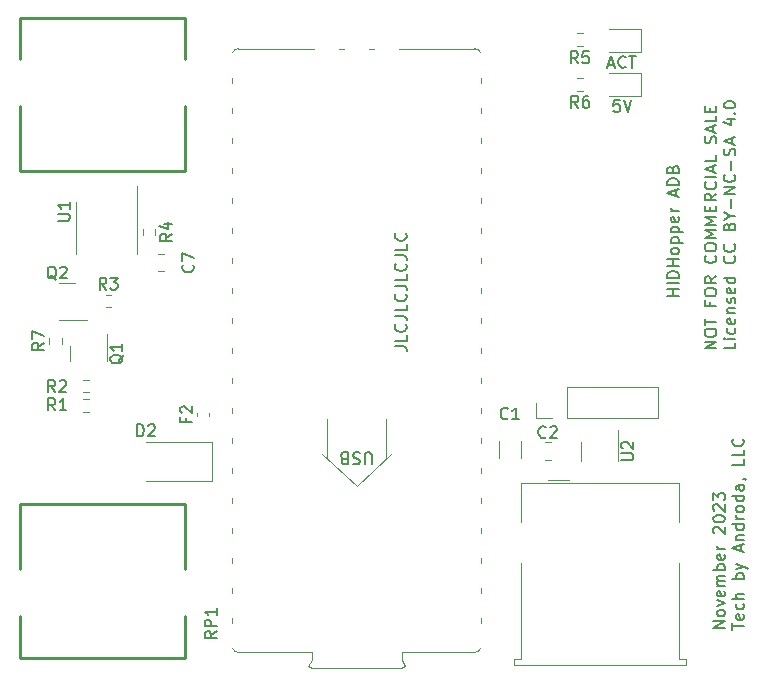
<source format=gbr>
%TF.GenerationSoftware,KiCad,Pcbnew,7.0.10-7.0.10~ubuntu22.04.1*%
%TF.CreationDate,2024-01-12T08:07:30-07:00*%
%TF.ProjectId,HIDHopper_ADB,48494448-6f70-4706-9572-5f4144422e6b,rev?*%
%TF.SameCoordinates,Original*%
%TF.FileFunction,Legend,Top*%
%TF.FilePolarity,Positive*%
%FSLAX46Y46*%
G04 Gerber Fmt 4.6, Leading zero omitted, Abs format (unit mm)*
G04 Created by KiCad (PCBNEW 7.0.10-7.0.10~ubuntu22.04.1) date 2024-01-12 08:07:30*
%MOMM*%
%LPD*%
G01*
G04 APERTURE LIST*
%ADD10C,0.150000*%
%ADD11C,0.120000*%
%ADD12C,0.254000*%
G04 APERTURE END LIST*
D10*
X195269819Y-115033220D02*
X194269819Y-115033220D01*
X194269819Y-115033220D02*
X195269819Y-114461792D01*
X195269819Y-114461792D02*
X194269819Y-114461792D01*
X195269819Y-113842744D02*
X195222200Y-113937982D01*
X195222200Y-113937982D02*
X195174580Y-113985601D01*
X195174580Y-113985601D02*
X195079342Y-114033220D01*
X195079342Y-114033220D02*
X194793628Y-114033220D01*
X194793628Y-114033220D02*
X194698390Y-113985601D01*
X194698390Y-113985601D02*
X194650771Y-113937982D01*
X194650771Y-113937982D02*
X194603152Y-113842744D01*
X194603152Y-113842744D02*
X194603152Y-113699887D01*
X194603152Y-113699887D02*
X194650771Y-113604649D01*
X194650771Y-113604649D02*
X194698390Y-113557030D01*
X194698390Y-113557030D02*
X194793628Y-113509411D01*
X194793628Y-113509411D02*
X195079342Y-113509411D01*
X195079342Y-113509411D02*
X195174580Y-113557030D01*
X195174580Y-113557030D02*
X195222200Y-113604649D01*
X195222200Y-113604649D02*
X195269819Y-113699887D01*
X195269819Y-113699887D02*
X195269819Y-113842744D01*
X194603152Y-113176077D02*
X195269819Y-112937982D01*
X195269819Y-112937982D02*
X194603152Y-112699887D01*
X195222200Y-111937982D02*
X195269819Y-112033220D01*
X195269819Y-112033220D02*
X195269819Y-112223696D01*
X195269819Y-112223696D02*
X195222200Y-112318934D01*
X195222200Y-112318934D02*
X195126961Y-112366553D01*
X195126961Y-112366553D02*
X194746009Y-112366553D01*
X194746009Y-112366553D02*
X194650771Y-112318934D01*
X194650771Y-112318934D02*
X194603152Y-112223696D01*
X194603152Y-112223696D02*
X194603152Y-112033220D01*
X194603152Y-112033220D02*
X194650771Y-111937982D01*
X194650771Y-111937982D02*
X194746009Y-111890363D01*
X194746009Y-111890363D02*
X194841247Y-111890363D01*
X194841247Y-111890363D02*
X194936485Y-112366553D01*
X195269819Y-111461791D02*
X194603152Y-111461791D01*
X194698390Y-111461791D02*
X194650771Y-111414172D01*
X194650771Y-111414172D02*
X194603152Y-111318934D01*
X194603152Y-111318934D02*
X194603152Y-111176077D01*
X194603152Y-111176077D02*
X194650771Y-111080839D01*
X194650771Y-111080839D02*
X194746009Y-111033220D01*
X194746009Y-111033220D02*
X195269819Y-111033220D01*
X194746009Y-111033220D02*
X194650771Y-110985601D01*
X194650771Y-110985601D02*
X194603152Y-110890363D01*
X194603152Y-110890363D02*
X194603152Y-110747506D01*
X194603152Y-110747506D02*
X194650771Y-110652267D01*
X194650771Y-110652267D02*
X194746009Y-110604648D01*
X194746009Y-110604648D02*
X195269819Y-110604648D01*
X195269819Y-110128458D02*
X194269819Y-110128458D01*
X194650771Y-110128458D02*
X194603152Y-110033220D01*
X194603152Y-110033220D02*
X194603152Y-109842744D01*
X194603152Y-109842744D02*
X194650771Y-109747506D01*
X194650771Y-109747506D02*
X194698390Y-109699887D01*
X194698390Y-109699887D02*
X194793628Y-109652268D01*
X194793628Y-109652268D02*
X195079342Y-109652268D01*
X195079342Y-109652268D02*
X195174580Y-109699887D01*
X195174580Y-109699887D02*
X195222200Y-109747506D01*
X195222200Y-109747506D02*
X195269819Y-109842744D01*
X195269819Y-109842744D02*
X195269819Y-110033220D01*
X195269819Y-110033220D02*
X195222200Y-110128458D01*
X195222200Y-108842744D02*
X195269819Y-108937982D01*
X195269819Y-108937982D02*
X195269819Y-109128458D01*
X195269819Y-109128458D02*
X195222200Y-109223696D01*
X195222200Y-109223696D02*
X195126961Y-109271315D01*
X195126961Y-109271315D02*
X194746009Y-109271315D01*
X194746009Y-109271315D02*
X194650771Y-109223696D01*
X194650771Y-109223696D02*
X194603152Y-109128458D01*
X194603152Y-109128458D02*
X194603152Y-108937982D01*
X194603152Y-108937982D02*
X194650771Y-108842744D01*
X194650771Y-108842744D02*
X194746009Y-108795125D01*
X194746009Y-108795125D02*
X194841247Y-108795125D01*
X194841247Y-108795125D02*
X194936485Y-109271315D01*
X195269819Y-108366553D02*
X194603152Y-108366553D01*
X194793628Y-108366553D02*
X194698390Y-108318934D01*
X194698390Y-108318934D02*
X194650771Y-108271315D01*
X194650771Y-108271315D02*
X194603152Y-108176077D01*
X194603152Y-108176077D02*
X194603152Y-108080839D01*
X194365057Y-107033219D02*
X194317438Y-106985600D01*
X194317438Y-106985600D02*
X194269819Y-106890362D01*
X194269819Y-106890362D02*
X194269819Y-106652267D01*
X194269819Y-106652267D02*
X194317438Y-106557029D01*
X194317438Y-106557029D02*
X194365057Y-106509410D01*
X194365057Y-106509410D02*
X194460295Y-106461791D01*
X194460295Y-106461791D02*
X194555533Y-106461791D01*
X194555533Y-106461791D02*
X194698390Y-106509410D01*
X194698390Y-106509410D02*
X195269819Y-107080838D01*
X195269819Y-107080838D02*
X195269819Y-106461791D01*
X194269819Y-105842743D02*
X194269819Y-105747505D01*
X194269819Y-105747505D02*
X194317438Y-105652267D01*
X194317438Y-105652267D02*
X194365057Y-105604648D01*
X194365057Y-105604648D02*
X194460295Y-105557029D01*
X194460295Y-105557029D02*
X194650771Y-105509410D01*
X194650771Y-105509410D02*
X194888866Y-105509410D01*
X194888866Y-105509410D02*
X195079342Y-105557029D01*
X195079342Y-105557029D02*
X195174580Y-105604648D01*
X195174580Y-105604648D02*
X195222200Y-105652267D01*
X195222200Y-105652267D02*
X195269819Y-105747505D01*
X195269819Y-105747505D02*
X195269819Y-105842743D01*
X195269819Y-105842743D02*
X195222200Y-105937981D01*
X195222200Y-105937981D02*
X195174580Y-105985600D01*
X195174580Y-105985600D02*
X195079342Y-106033219D01*
X195079342Y-106033219D02*
X194888866Y-106080838D01*
X194888866Y-106080838D02*
X194650771Y-106080838D01*
X194650771Y-106080838D02*
X194460295Y-106033219D01*
X194460295Y-106033219D02*
X194365057Y-105985600D01*
X194365057Y-105985600D02*
X194317438Y-105937981D01*
X194317438Y-105937981D02*
X194269819Y-105842743D01*
X194365057Y-105128457D02*
X194317438Y-105080838D01*
X194317438Y-105080838D02*
X194269819Y-104985600D01*
X194269819Y-104985600D02*
X194269819Y-104747505D01*
X194269819Y-104747505D02*
X194317438Y-104652267D01*
X194317438Y-104652267D02*
X194365057Y-104604648D01*
X194365057Y-104604648D02*
X194460295Y-104557029D01*
X194460295Y-104557029D02*
X194555533Y-104557029D01*
X194555533Y-104557029D02*
X194698390Y-104604648D01*
X194698390Y-104604648D02*
X195269819Y-105176076D01*
X195269819Y-105176076D02*
X195269819Y-104557029D01*
X194269819Y-104223695D02*
X194269819Y-103604648D01*
X194269819Y-103604648D02*
X194650771Y-103937981D01*
X194650771Y-103937981D02*
X194650771Y-103795124D01*
X194650771Y-103795124D02*
X194698390Y-103699886D01*
X194698390Y-103699886D02*
X194746009Y-103652267D01*
X194746009Y-103652267D02*
X194841247Y-103604648D01*
X194841247Y-103604648D02*
X195079342Y-103604648D01*
X195079342Y-103604648D02*
X195174580Y-103652267D01*
X195174580Y-103652267D02*
X195222200Y-103699886D01*
X195222200Y-103699886D02*
X195269819Y-103795124D01*
X195269819Y-103795124D02*
X195269819Y-104080838D01*
X195269819Y-104080838D02*
X195222200Y-104176076D01*
X195222200Y-104176076D02*
X195174580Y-104223695D01*
X195879819Y-115176077D02*
X195879819Y-114604649D01*
X196879819Y-114890363D02*
X195879819Y-114890363D01*
X196832200Y-113890363D02*
X196879819Y-113985601D01*
X196879819Y-113985601D02*
X196879819Y-114176077D01*
X196879819Y-114176077D02*
X196832200Y-114271315D01*
X196832200Y-114271315D02*
X196736961Y-114318934D01*
X196736961Y-114318934D02*
X196356009Y-114318934D01*
X196356009Y-114318934D02*
X196260771Y-114271315D01*
X196260771Y-114271315D02*
X196213152Y-114176077D01*
X196213152Y-114176077D02*
X196213152Y-113985601D01*
X196213152Y-113985601D02*
X196260771Y-113890363D01*
X196260771Y-113890363D02*
X196356009Y-113842744D01*
X196356009Y-113842744D02*
X196451247Y-113842744D01*
X196451247Y-113842744D02*
X196546485Y-114318934D01*
X196832200Y-112985601D02*
X196879819Y-113080839D01*
X196879819Y-113080839D02*
X196879819Y-113271315D01*
X196879819Y-113271315D02*
X196832200Y-113366553D01*
X196832200Y-113366553D02*
X196784580Y-113414172D01*
X196784580Y-113414172D02*
X196689342Y-113461791D01*
X196689342Y-113461791D02*
X196403628Y-113461791D01*
X196403628Y-113461791D02*
X196308390Y-113414172D01*
X196308390Y-113414172D02*
X196260771Y-113366553D01*
X196260771Y-113366553D02*
X196213152Y-113271315D01*
X196213152Y-113271315D02*
X196213152Y-113080839D01*
X196213152Y-113080839D02*
X196260771Y-112985601D01*
X196879819Y-112557029D02*
X195879819Y-112557029D01*
X196879819Y-112128458D02*
X196356009Y-112128458D01*
X196356009Y-112128458D02*
X196260771Y-112176077D01*
X196260771Y-112176077D02*
X196213152Y-112271315D01*
X196213152Y-112271315D02*
X196213152Y-112414172D01*
X196213152Y-112414172D02*
X196260771Y-112509410D01*
X196260771Y-112509410D02*
X196308390Y-112557029D01*
X196879819Y-110890362D02*
X195879819Y-110890362D01*
X196260771Y-110890362D02*
X196213152Y-110795124D01*
X196213152Y-110795124D02*
X196213152Y-110604648D01*
X196213152Y-110604648D02*
X196260771Y-110509410D01*
X196260771Y-110509410D02*
X196308390Y-110461791D01*
X196308390Y-110461791D02*
X196403628Y-110414172D01*
X196403628Y-110414172D02*
X196689342Y-110414172D01*
X196689342Y-110414172D02*
X196784580Y-110461791D01*
X196784580Y-110461791D02*
X196832200Y-110509410D01*
X196832200Y-110509410D02*
X196879819Y-110604648D01*
X196879819Y-110604648D02*
X196879819Y-110795124D01*
X196879819Y-110795124D02*
X196832200Y-110890362D01*
X196213152Y-110080838D02*
X196879819Y-109842743D01*
X196213152Y-109604648D02*
X196879819Y-109842743D01*
X196879819Y-109842743D02*
X197117914Y-109937981D01*
X197117914Y-109937981D02*
X197165533Y-109985600D01*
X197165533Y-109985600D02*
X197213152Y-110080838D01*
X196594104Y-108509409D02*
X196594104Y-108033219D01*
X196879819Y-108604647D02*
X195879819Y-108271314D01*
X195879819Y-108271314D02*
X196879819Y-107937981D01*
X196213152Y-107604647D02*
X196879819Y-107604647D01*
X196308390Y-107604647D02*
X196260771Y-107557028D01*
X196260771Y-107557028D02*
X196213152Y-107461790D01*
X196213152Y-107461790D02*
X196213152Y-107318933D01*
X196213152Y-107318933D02*
X196260771Y-107223695D01*
X196260771Y-107223695D02*
X196356009Y-107176076D01*
X196356009Y-107176076D02*
X196879819Y-107176076D01*
X196879819Y-106271314D02*
X195879819Y-106271314D01*
X196832200Y-106271314D02*
X196879819Y-106366552D01*
X196879819Y-106366552D02*
X196879819Y-106557028D01*
X196879819Y-106557028D02*
X196832200Y-106652266D01*
X196832200Y-106652266D02*
X196784580Y-106699885D01*
X196784580Y-106699885D02*
X196689342Y-106747504D01*
X196689342Y-106747504D02*
X196403628Y-106747504D01*
X196403628Y-106747504D02*
X196308390Y-106699885D01*
X196308390Y-106699885D02*
X196260771Y-106652266D01*
X196260771Y-106652266D02*
X196213152Y-106557028D01*
X196213152Y-106557028D02*
X196213152Y-106366552D01*
X196213152Y-106366552D02*
X196260771Y-106271314D01*
X196879819Y-105795123D02*
X196213152Y-105795123D01*
X196403628Y-105795123D02*
X196308390Y-105747504D01*
X196308390Y-105747504D02*
X196260771Y-105699885D01*
X196260771Y-105699885D02*
X196213152Y-105604647D01*
X196213152Y-105604647D02*
X196213152Y-105509409D01*
X196879819Y-105033218D02*
X196832200Y-105128456D01*
X196832200Y-105128456D02*
X196784580Y-105176075D01*
X196784580Y-105176075D02*
X196689342Y-105223694D01*
X196689342Y-105223694D02*
X196403628Y-105223694D01*
X196403628Y-105223694D02*
X196308390Y-105176075D01*
X196308390Y-105176075D02*
X196260771Y-105128456D01*
X196260771Y-105128456D02*
X196213152Y-105033218D01*
X196213152Y-105033218D02*
X196213152Y-104890361D01*
X196213152Y-104890361D02*
X196260771Y-104795123D01*
X196260771Y-104795123D02*
X196308390Y-104747504D01*
X196308390Y-104747504D02*
X196403628Y-104699885D01*
X196403628Y-104699885D02*
X196689342Y-104699885D01*
X196689342Y-104699885D02*
X196784580Y-104747504D01*
X196784580Y-104747504D02*
X196832200Y-104795123D01*
X196832200Y-104795123D02*
X196879819Y-104890361D01*
X196879819Y-104890361D02*
X196879819Y-105033218D01*
X196879819Y-103842742D02*
X195879819Y-103842742D01*
X196832200Y-103842742D02*
X196879819Y-103937980D01*
X196879819Y-103937980D02*
X196879819Y-104128456D01*
X196879819Y-104128456D02*
X196832200Y-104223694D01*
X196832200Y-104223694D02*
X196784580Y-104271313D01*
X196784580Y-104271313D02*
X196689342Y-104318932D01*
X196689342Y-104318932D02*
X196403628Y-104318932D01*
X196403628Y-104318932D02*
X196308390Y-104271313D01*
X196308390Y-104271313D02*
X196260771Y-104223694D01*
X196260771Y-104223694D02*
X196213152Y-104128456D01*
X196213152Y-104128456D02*
X196213152Y-103937980D01*
X196213152Y-103937980D02*
X196260771Y-103842742D01*
X196879819Y-102937980D02*
X196356009Y-102937980D01*
X196356009Y-102937980D02*
X196260771Y-102985599D01*
X196260771Y-102985599D02*
X196213152Y-103080837D01*
X196213152Y-103080837D02*
X196213152Y-103271313D01*
X196213152Y-103271313D02*
X196260771Y-103366551D01*
X196832200Y-102937980D02*
X196879819Y-103033218D01*
X196879819Y-103033218D02*
X196879819Y-103271313D01*
X196879819Y-103271313D02*
X196832200Y-103366551D01*
X196832200Y-103366551D02*
X196736961Y-103414170D01*
X196736961Y-103414170D02*
X196641723Y-103414170D01*
X196641723Y-103414170D02*
X196546485Y-103366551D01*
X196546485Y-103366551D02*
X196498866Y-103271313D01*
X196498866Y-103271313D02*
X196498866Y-103033218D01*
X196498866Y-103033218D02*
X196451247Y-102937980D01*
X196832200Y-102414170D02*
X196879819Y-102414170D01*
X196879819Y-102414170D02*
X196975057Y-102461789D01*
X196975057Y-102461789D02*
X197022676Y-102509408D01*
X196879819Y-100747504D02*
X196879819Y-101223694D01*
X196879819Y-101223694D02*
X195879819Y-101223694D01*
X196879819Y-99937980D02*
X196879819Y-100414170D01*
X196879819Y-100414170D02*
X195879819Y-100414170D01*
X196784580Y-99033218D02*
X196832200Y-99080837D01*
X196832200Y-99080837D02*
X196879819Y-99223694D01*
X196879819Y-99223694D02*
X196879819Y-99318932D01*
X196879819Y-99318932D02*
X196832200Y-99461789D01*
X196832200Y-99461789D02*
X196736961Y-99557027D01*
X196736961Y-99557027D02*
X196641723Y-99604646D01*
X196641723Y-99604646D02*
X196451247Y-99652265D01*
X196451247Y-99652265D02*
X196308390Y-99652265D01*
X196308390Y-99652265D02*
X196117914Y-99604646D01*
X196117914Y-99604646D02*
X196022676Y-99557027D01*
X196022676Y-99557027D02*
X195927438Y-99461789D01*
X195927438Y-99461789D02*
X195879819Y-99318932D01*
X195879819Y-99318932D02*
X195879819Y-99223694D01*
X195879819Y-99223694D02*
X195927438Y-99080837D01*
X195927438Y-99080837D02*
X195975057Y-99033218D01*
X167319819Y-91187506D02*
X168034104Y-91187506D01*
X168034104Y-91187506D02*
X168176961Y-91235125D01*
X168176961Y-91235125D02*
X168272200Y-91330363D01*
X168272200Y-91330363D02*
X168319819Y-91473220D01*
X168319819Y-91473220D02*
X168319819Y-91568458D01*
X168319819Y-90235125D02*
X168319819Y-90711315D01*
X168319819Y-90711315D02*
X167319819Y-90711315D01*
X168224580Y-89330363D02*
X168272200Y-89377982D01*
X168272200Y-89377982D02*
X168319819Y-89520839D01*
X168319819Y-89520839D02*
X168319819Y-89616077D01*
X168319819Y-89616077D02*
X168272200Y-89758934D01*
X168272200Y-89758934D02*
X168176961Y-89854172D01*
X168176961Y-89854172D02*
X168081723Y-89901791D01*
X168081723Y-89901791D02*
X167891247Y-89949410D01*
X167891247Y-89949410D02*
X167748390Y-89949410D01*
X167748390Y-89949410D02*
X167557914Y-89901791D01*
X167557914Y-89901791D02*
X167462676Y-89854172D01*
X167462676Y-89854172D02*
X167367438Y-89758934D01*
X167367438Y-89758934D02*
X167319819Y-89616077D01*
X167319819Y-89616077D02*
X167319819Y-89520839D01*
X167319819Y-89520839D02*
X167367438Y-89377982D01*
X167367438Y-89377982D02*
X167415057Y-89330363D01*
X167319819Y-88616077D02*
X168034104Y-88616077D01*
X168034104Y-88616077D02*
X168176961Y-88663696D01*
X168176961Y-88663696D02*
X168272200Y-88758934D01*
X168272200Y-88758934D02*
X168319819Y-88901791D01*
X168319819Y-88901791D02*
X168319819Y-88997029D01*
X168319819Y-87663696D02*
X168319819Y-88139886D01*
X168319819Y-88139886D02*
X167319819Y-88139886D01*
X168224580Y-86758934D02*
X168272200Y-86806553D01*
X168272200Y-86806553D02*
X168319819Y-86949410D01*
X168319819Y-86949410D02*
X168319819Y-87044648D01*
X168319819Y-87044648D02*
X168272200Y-87187505D01*
X168272200Y-87187505D02*
X168176961Y-87282743D01*
X168176961Y-87282743D02*
X168081723Y-87330362D01*
X168081723Y-87330362D02*
X167891247Y-87377981D01*
X167891247Y-87377981D02*
X167748390Y-87377981D01*
X167748390Y-87377981D02*
X167557914Y-87330362D01*
X167557914Y-87330362D02*
X167462676Y-87282743D01*
X167462676Y-87282743D02*
X167367438Y-87187505D01*
X167367438Y-87187505D02*
X167319819Y-87044648D01*
X167319819Y-87044648D02*
X167319819Y-86949410D01*
X167319819Y-86949410D02*
X167367438Y-86806553D01*
X167367438Y-86806553D02*
X167415057Y-86758934D01*
X167319819Y-86044648D02*
X168034104Y-86044648D01*
X168034104Y-86044648D02*
X168176961Y-86092267D01*
X168176961Y-86092267D02*
X168272200Y-86187505D01*
X168272200Y-86187505D02*
X168319819Y-86330362D01*
X168319819Y-86330362D02*
X168319819Y-86425600D01*
X168319819Y-85092267D02*
X168319819Y-85568457D01*
X168319819Y-85568457D02*
X167319819Y-85568457D01*
X168224580Y-84187505D02*
X168272200Y-84235124D01*
X168272200Y-84235124D02*
X168319819Y-84377981D01*
X168319819Y-84377981D02*
X168319819Y-84473219D01*
X168319819Y-84473219D02*
X168272200Y-84616076D01*
X168272200Y-84616076D02*
X168176961Y-84711314D01*
X168176961Y-84711314D02*
X168081723Y-84758933D01*
X168081723Y-84758933D02*
X167891247Y-84806552D01*
X167891247Y-84806552D02*
X167748390Y-84806552D01*
X167748390Y-84806552D02*
X167557914Y-84758933D01*
X167557914Y-84758933D02*
X167462676Y-84711314D01*
X167462676Y-84711314D02*
X167367438Y-84616076D01*
X167367438Y-84616076D02*
X167319819Y-84473219D01*
X167319819Y-84473219D02*
X167319819Y-84377981D01*
X167319819Y-84377981D02*
X167367438Y-84235124D01*
X167367438Y-84235124D02*
X167415057Y-84187505D01*
X167319819Y-83473219D02*
X168034104Y-83473219D01*
X168034104Y-83473219D02*
X168176961Y-83520838D01*
X168176961Y-83520838D02*
X168272200Y-83616076D01*
X168272200Y-83616076D02*
X168319819Y-83758933D01*
X168319819Y-83758933D02*
X168319819Y-83854171D01*
X168319819Y-82520838D02*
X168319819Y-82997028D01*
X168319819Y-82997028D02*
X167319819Y-82997028D01*
X168224580Y-81616076D02*
X168272200Y-81663695D01*
X168272200Y-81663695D02*
X168319819Y-81806552D01*
X168319819Y-81806552D02*
X168319819Y-81901790D01*
X168319819Y-81901790D02*
X168272200Y-82044647D01*
X168272200Y-82044647D02*
X168176961Y-82139885D01*
X168176961Y-82139885D02*
X168081723Y-82187504D01*
X168081723Y-82187504D02*
X167891247Y-82235123D01*
X167891247Y-82235123D02*
X167748390Y-82235123D01*
X167748390Y-82235123D02*
X167557914Y-82187504D01*
X167557914Y-82187504D02*
X167462676Y-82139885D01*
X167462676Y-82139885D02*
X167367438Y-82044647D01*
X167367438Y-82044647D02*
X167319819Y-81901790D01*
X167319819Y-81901790D02*
X167319819Y-81806552D01*
X167319819Y-81806552D02*
X167367438Y-81663695D01*
X167367438Y-81663695D02*
X167415057Y-81616076D01*
X191369819Y-86913220D02*
X190369819Y-86913220D01*
X190846009Y-86913220D02*
X190846009Y-86341792D01*
X191369819Y-86341792D02*
X190369819Y-86341792D01*
X191369819Y-85865601D02*
X190369819Y-85865601D01*
X191369819Y-85389411D02*
X190369819Y-85389411D01*
X190369819Y-85389411D02*
X190369819Y-85151316D01*
X190369819Y-85151316D02*
X190417438Y-85008459D01*
X190417438Y-85008459D02*
X190512676Y-84913221D01*
X190512676Y-84913221D02*
X190607914Y-84865602D01*
X190607914Y-84865602D02*
X190798390Y-84817983D01*
X190798390Y-84817983D02*
X190941247Y-84817983D01*
X190941247Y-84817983D02*
X191131723Y-84865602D01*
X191131723Y-84865602D02*
X191226961Y-84913221D01*
X191226961Y-84913221D02*
X191322200Y-85008459D01*
X191322200Y-85008459D02*
X191369819Y-85151316D01*
X191369819Y-85151316D02*
X191369819Y-85389411D01*
X191369819Y-84389411D02*
X190369819Y-84389411D01*
X190846009Y-84389411D02*
X190846009Y-83817983D01*
X191369819Y-83817983D02*
X190369819Y-83817983D01*
X191369819Y-83198935D02*
X191322200Y-83294173D01*
X191322200Y-83294173D02*
X191274580Y-83341792D01*
X191274580Y-83341792D02*
X191179342Y-83389411D01*
X191179342Y-83389411D02*
X190893628Y-83389411D01*
X190893628Y-83389411D02*
X190798390Y-83341792D01*
X190798390Y-83341792D02*
X190750771Y-83294173D01*
X190750771Y-83294173D02*
X190703152Y-83198935D01*
X190703152Y-83198935D02*
X190703152Y-83056078D01*
X190703152Y-83056078D02*
X190750771Y-82960840D01*
X190750771Y-82960840D02*
X190798390Y-82913221D01*
X190798390Y-82913221D02*
X190893628Y-82865602D01*
X190893628Y-82865602D02*
X191179342Y-82865602D01*
X191179342Y-82865602D02*
X191274580Y-82913221D01*
X191274580Y-82913221D02*
X191322200Y-82960840D01*
X191322200Y-82960840D02*
X191369819Y-83056078D01*
X191369819Y-83056078D02*
X191369819Y-83198935D01*
X190703152Y-82437030D02*
X191703152Y-82437030D01*
X190750771Y-82437030D02*
X190703152Y-82341792D01*
X190703152Y-82341792D02*
X190703152Y-82151316D01*
X190703152Y-82151316D02*
X190750771Y-82056078D01*
X190750771Y-82056078D02*
X190798390Y-82008459D01*
X190798390Y-82008459D02*
X190893628Y-81960840D01*
X190893628Y-81960840D02*
X191179342Y-81960840D01*
X191179342Y-81960840D02*
X191274580Y-82008459D01*
X191274580Y-82008459D02*
X191322200Y-82056078D01*
X191322200Y-82056078D02*
X191369819Y-82151316D01*
X191369819Y-82151316D02*
X191369819Y-82341792D01*
X191369819Y-82341792D02*
X191322200Y-82437030D01*
X190703152Y-81532268D02*
X191703152Y-81532268D01*
X190750771Y-81532268D02*
X190703152Y-81437030D01*
X190703152Y-81437030D02*
X190703152Y-81246554D01*
X190703152Y-81246554D02*
X190750771Y-81151316D01*
X190750771Y-81151316D02*
X190798390Y-81103697D01*
X190798390Y-81103697D02*
X190893628Y-81056078D01*
X190893628Y-81056078D02*
X191179342Y-81056078D01*
X191179342Y-81056078D02*
X191274580Y-81103697D01*
X191274580Y-81103697D02*
X191322200Y-81151316D01*
X191322200Y-81151316D02*
X191369819Y-81246554D01*
X191369819Y-81246554D02*
X191369819Y-81437030D01*
X191369819Y-81437030D02*
X191322200Y-81532268D01*
X191322200Y-80246554D02*
X191369819Y-80341792D01*
X191369819Y-80341792D02*
X191369819Y-80532268D01*
X191369819Y-80532268D02*
X191322200Y-80627506D01*
X191322200Y-80627506D02*
X191226961Y-80675125D01*
X191226961Y-80675125D02*
X190846009Y-80675125D01*
X190846009Y-80675125D02*
X190750771Y-80627506D01*
X190750771Y-80627506D02*
X190703152Y-80532268D01*
X190703152Y-80532268D02*
X190703152Y-80341792D01*
X190703152Y-80341792D02*
X190750771Y-80246554D01*
X190750771Y-80246554D02*
X190846009Y-80198935D01*
X190846009Y-80198935D02*
X190941247Y-80198935D01*
X190941247Y-80198935D02*
X191036485Y-80675125D01*
X191369819Y-79770363D02*
X190703152Y-79770363D01*
X190893628Y-79770363D02*
X190798390Y-79722744D01*
X190798390Y-79722744D02*
X190750771Y-79675125D01*
X190750771Y-79675125D02*
X190703152Y-79579887D01*
X190703152Y-79579887D02*
X190703152Y-79484649D01*
X191084104Y-78437029D02*
X191084104Y-77960839D01*
X191369819Y-78532267D02*
X190369819Y-78198934D01*
X190369819Y-78198934D02*
X191369819Y-77865601D01*
X191369819Y-77532267D02*
X190369819Y-77532267D01*
X190369819Y-77532267D02*
X190369819Y-77294172D01*
X190369819Y-77294172D02*
X190417438Y-77151315D01*
X190417438Y-77151315D02*
X190512676Y-77056077D01*
X190512676Y-77056077D02*
X190607914Y-77008458D01*
X190607914Y-77008458D02*
X190798390Y-76960839D01*
X190798390Y-76960839D02*
X190941247Y-76960839D01*
X190941247Y-76960839D02*
X191131723Y-77008458D01*
X191131723Y-77008458D02*
X191226961Y-77056077D01*
X191226961Y-77056077D02*
X191322200Y-77151315D01*
X191322200Y-77151315D02*
X191369819Y-77294172D01*
X191369819Y-77294172D02*
X191369819Y-77532267D01*
X190846009Y-76198934D02*
X190893628Y-76056077D01*
X190893628Y-76056077D02*
X190941247Y-76008458D01*
X190941247Y-76008458D02*
X191036485Y-75960839D01*
X191036485Y-75960839D02*
X191179342Y-75960839D01*
X191179342Y-75960839D02*
X191274580Y-76008458D01*
X191274580Y-76008458D02*
X191322200Y-76056077D01*
X191322200Y-76056077D02*
X191369819Y-76151315D01*
X191369819Y-76151315D02*
X191369819Y-76532267D01*
X191369819Y-76532267D02*
X190369819Y-76532267D01*
X190369819Y-76532267D02*
X190369819Y-76198934D01*
X190369819Y-76198934D02*
X190417438Y-76103696D01*
X190417438Y-76103696D02*
X190465057Y-76056077D01*
X190465057Y-76056077D02*
X190560295Y-76008458D01*
X190560295Y-76008458D02*
X190655533Y-76008458D01*
X190655533Y-76008458D02*
X190750771Y-76056077D01*
X190750771Y-76056077D02*
X190798390Y-76103696D01*
X190798390Y-76103696D02*
X190846009Y-76198934D01*
X190846009Y-76198934D02*
X190846009Y-76532267D01*
X194539819Y-91363220D02*
X193539819Y-91363220D01*
X193539819Y-91363220D02*
X194539819Y-90791792D01*
X194539819Y-90791792D02*
X193539819Y-90791792D01*
X193539819Y-90125125D02*
X193539819Y-89934649D01*
X193539819Y-89934649D02*
X193587438Y-89839411D01*
X193587438Y-89839411D02*
X193682676Y-89744173D01*
X193682676Y-89744173D02*
X193873152Y-89696554D01*
X193873152Y-89696554D02*
X194206485Y-89696554D01*
X194206485Y-89696554D02*
X194396961Y-89744173D01*
X194396961Y-89744173D02*
X194492200Y-89839411D01*
X194492200Y-89839411D02*
X194539819Y-89934649D01*
X194539819Y-89934649D02*
X194539819Y-90125125D01*
X194539819Y-90125125D02*
X194492200Y-90220363D01*
X194492200Y-90220363D02*
X194396961Y-90315601D01*
X194396961Y-90315601D02*
X194206485Y-90363220D01*
X194206485Y-90363220D02*
X193873152Y-90363220D01*
X193873152Y-90363220D02*
X193682676Y-90315601D01*
X193682676Y-90315601D02*
X193587438Y-90220363D01*
X193587438Y-90220363D02*
X193539819Y-90125125D01*
X193539819Y-89410839D02*
X193539819Y-88839411D01*
X194539819Y-89125125D02*
X193539819Y-89125125D01*
X194016009Y-87410839D02*
X194016009Y-87744172D01*
X194539819Y-87744172D02*
X193539819Y-87744172D01*
X193539819Y-87744172D02*
X193539819Y-87267982D01*
X193539819Y-86696553D02*
X193539819Y-86506077D01*
X193539819Y-86506077D02*
X193587438Y-86410839D01*
X193587438Y-86410839D02*
X193682676Y-86315601D01*
X193682676Y-86315601D02*
X193873152Y-86267982D01*
X193873152Y-86267982D02*
X194206485Y-86267982D01*
X194206485Y-86267982D02*
X194396961Y-86315601D01*
X194396961Y-86315601D02*
X194492200Y-86410839D01*
X194492200Y-86410839D02*
X194539819Y-86506077D01*
X194539819Y-86506077D02*
X194539819Y-86696553D01*
X194539819Y-86696553D02*
X194492200Y-86791791D01*
X194492200Y-86791791D02*
X194396961Y-86887029D01*
X194396961Y-86887029D02*
X194206485Y-86934648D01*
X194206485Y-86934648D02*
X193873152Y-86934648D01*
X193873152Y-86934648D02*
X193682676Y-86887029D01*
X193682676Y-86887029D02*
X193587438Y-86791791D01*
X193587438Y-86791791D02*
X193539819Y-86696553D01*
X194539819Y-85267982D02*
X194063628Y-85601315D01*
X194539819Y-85839410D02*
X193539819Y-85839410D01*
X193539819Y-85839410D02*
X193539819Y-85458458D01*
X193539819Y-85458458D02*
X193587438Y-85363220D01*
X193587438Y-85363220D02*
X193635057Y-85315601D01*
X193635057Y-85315601D02*
X193730295Y-85267982D01*
X193730295Y-85267982D02*
X193873152Y-85267982D01*
X193873152Y-85267982D02*
X193968390Y-85315601D01*
X193968390Y-85315601D02*
X194016009Y-85363220D01*
X194016009Y-85363220D02*
X194063628Y-85458458D01*
X194063628Y-85458458D02*
X194063628Y-85839410D01*
X194444580Y-83506077D02*
X194492200Y-83553696D01*
X194492200Y-83553696D02*
X194539819Y-83696553D01*
X194539819Y-83696553D02*
X194539819Y-83791791D01*
X194539819Y-83791791D02*
X194492200Y-83934648D01*
X194492200Y-83934648D02*
X194396961Y-84029886D01*
X194396961Y-84029886D02*
X194301723Y-84077505D01*
X194301723Y-84077505D02*
X194111247Y-84125124D01*
X194111247Y-84125124D02*
X193968390Y-84125124D01*
X193968390Y-84125124D02*
X193777914Y-84077505D01*
X193777914Y-84077505D02*
X193682676Y-84029886D01*
X193682676Y-84029886D02*
X193587438Y-83934648D01*
X193587438Y-83934648D02*
X193539819Y-83791791D01*
X193539819Y-83791791D02*
X193539819Y-83696553D01*
X193539819Y-83696553D02*
X193587438Y-83553696D01*
X193587438Y-83553696D02*
X193635057Y-83506077D01*
X193539819Y-82887029D02*
X193539819Y-82696553D01*
X193539819Y-82696553D02*
X193587438Y-82601315D01*
X193587438Y-82601315D02*
X193682676Y-82506077D01*
X193682676Y-82506077D02*
X193873152Y-82458458D01*
X193873152Y-82458458D02*
X194206485Y-82458458D01*
X194206485Y-82458458D02*
X194396961Y-82506077D01*
X194396961Y-82506077D02*
X194492200Y-82601315D01*
X194492200Y-82601315D02*
X194539819Y-82696553D01*
X194539819Y-82696553D02*
X194539819Y-82887029D01*
X194539819Y-82887029D02*
X194492200Y-82982267D01*
X194492200Y-82982267D02*
X194396961Y-83077505D01*
X194396961Y-83077505D02*
X194206485Y-83125124D01*
X194206485Y-83125124D02*
X193873152Y-83125124D01*
X193873152Y-83125124D02*
X193682676Y-83077505D01*
X193682676Y-83077505D02*
X193587438Y-82982267D01*
X193587438Y-82982267D02*
X193539819Y-82887029D01*
X194539819Y-82029886D02*
X193539819Y-82029886D01*
X193539819Y-82029886D02*
X194254104Y-81696553D01*
X194254104Y-81696553D02*
X193539819Y-81363220D01*
X193539819Y-81363220D02*
X194539819Y-81363220D01*
X194539819Y-80887029D02*
X193539819Y-80887029D01*
X193539819Y-80887029D02*
X194254104Y-80553696D01*
X194254104Y-80553696D02*
X193539819Y-80220363D01*
X193539819Y-80220363D02*
X194539819Y-80220363D01*
X194016009Y-79744172D02*
X194016009Y-79410839D01*
X194539819Y-79267982D02*
X194539819Y-79744172D01*
X194539819Y-79744172D02*
X193539819Y-79744172D01*
X193539819Y-79744172D02*
X193539819Y-79267982D01*
X194539819Y-78267982D02*
X194063628Y-78601315D01*
X194539819Y-78839410D02*
X193539819Y-78839410D01*
X193539819Y-78839410D02*
X193539819Y-78458458D01*
X193539819Y-78458458D02*
X193587438Y-78363220D01*
X193587438Y-78363220D02*
X193635057Y-78315601D01*
X193635057Y-78315601D02*
X193730295Y-78267982D01*
X193730295Y-78267982D02*
X193873152Y-78267982D01*
X193873152Y-78267982D02*
X193968390Y-78315601D01*
X193968390Y-78315601D02*
X194016009Y-78363220D01*
X194016009Y-78363220D02*
X194063628Y-78458458D01*
X194063628Y-78458458D02*
X194063628Y-78839410D01*
X194444580Y-77267982D02*
X194492200Y-77315601D01*
X194492200Y-77315601D02*
X194539819Y-77458458D01*
X194539819Y-77458458D02*
X194539819Y-77553696D01*
X194539819Y-77553696D02*
X194492200Y-77696553D01*
X194492200Y-77696553D02*
X194396961Y-77791791D01*
X194396961Y-77791791D02*
X194301723Y-77839410D01*
X194301723Y-77839410D02*
X194111247Y-77887029D01*
X194111247Y-77887029D02*
X193968390Y-77887029D01*
X193968390Y-77887029D02*
X193777914Y-77839410D01*
X193777914Y-77839410D02*
X193682676Y-77791791D01*
X193682676Y-77791791D02*
X193587438Y-77696553D01*
X193587438Y-77696553D02*
X193539819Y-77553696D01*
X193539819Y-77553696D02*
X193539819Y-77458458D01*
X193539819Y-77458458D02*
X193587438Y-77315601D01*
X193587438Y-77315601D02*
X193635057Y-77267982D01*
X194539819Y-76839410D02*
X193539819Y-76839410D01*
X194254104Y-76410839D02*
X194254104Y-75934649D01*
X194539819Y-76506077D02*
X193539819Y-76172744D01*
X193539819Y-76172744D02*
X194539819Y-75839411D01*
X194539819Y-75029887D02*
X194539819Y-75506077D01*
X194539819Y-75506077D02*
X193539819Y-75506077D01*
X194492200Y-73982267D02*
X194539819Y-73839410D01*
X194539819Y-73839410D02*
X194539819Y-73601315D01*
X194539819Y-73601315D02*
X194492200Y-73506077D01*
X194492200Y-73506077D02*
X194444580Y-73458458D01*
X194444580Y-73458458D02*
X194349342Y-73410839D01*
X194349342Y-73410839D02*
X194254104Y-73410839D01*
X194254104Y-73410839D02*
X194158866Y-73458458D01*
X194158866Y-73458458D02*
X194111247Y-73506077D01*
X194111247Y-73506077D02*
X194063628Y-73601315D01*
X194063628Y-73601315D02*
X194016009Y-73791791D01*
X194016009Y-73791791D02*
X193968390Y-73887029D01*
X193968390Y-73887029D02*
X193920771Y-73934648D01*
X193920771Y-73934648D02*
X193825533Y-73982267D01*
X193825533Y-73982267D02*
X193730295Y-73982267D01*
X193730295Y-73982267D02*
X193635057Y-73934648D01*
X193635057Y-73934648D02*
X193587438Y-73887029D01*
X193587438Y-73887029D02*
X193539819Y-73791791D01*
X193539819Y-73791791D02*
X193539819Y-73553696D01*
X193539819Y-73553696D02*
X193587438Y-73410839D01*
X194254104Y-73029886D02*
X194254104Y-72553696D01*
X194539819Y-73125124D02*
X193539819Y-72791791D01*
X193539819Y-72791791D02*
X194539819Y-72458458D01*
X194539819Y-71648934D02*
X194539819Y-72125124D01*
X194539819Y-72125124D02*
X193539819Y-72125124D01*
X194016009Y-71315600D02*
X194016009Y-70982267D01*
X194539819Y-70839410D02*
X194539819Y-71315600D01*
X194539819Y-71315600D02*
X193539819Y-71315600D01*
X193539819Y-71315600D02*
X193539819Y-70839410D01*
X196149819Y-90887030D02*
X196149819Y-91363220D01*
X196149819Y-91363220D02*
X195149819Y-91363220D01*
X196149819Y-90553696D02*
X195483152Y-90553696D01*
X195149819Y-90553696D02*
X195197438Y-90601315D01*
X195197438Y-90601315D02*
X195245057Y-90553696D01*
X195245057Y-90553696D02*
X195197438Y-90506077D01*
X195197438Y-90506077D02*
X195149819Y-90553696D01*
X195149819Y-90553696D02*
X195245057Y-90553696D01*
X196102200Y-89648935D02*
X196149819Y-89744173D01*
X196149819Y-89744173D02*
X196149819Y-89934649D01*
X196149819Y-89934649D02*
X196102200Y-90029887D01*
X196102200Y-90029887D02*
X196054580Y-90077506D01*
X196054580Y-90077506D02*
X195959342Y-90125125D01*
X195959342Y-90125125D02*
X195673628Y-90125125D01*
X195673628Y-90125125D02*
X195578390Y-90077506D01*
X195578390Y-90077506D02*
X195530771Y-90029887D01*
X195530771Y-90029887D02*
X195483152Y-89934649D01*
X195483152Y-89934649D02*
X195483152Y-89744173D01*
X195483152Y-89744173D02*
X195530771Y-89648935D01*
X196102200Y-88839411D02*
X196149819Y-88934649D01*
X196149819Y-88934649D02*
X196149819Y-89125125D01*
X196149819Y-89125125D02*
X196102200Y-89220363D01*
X196102200Y-89220363D02*
X196006961Y-89267982D01*
X196006961Y-89267982D02*
X195626009Y-89267982D01*
X195626009Y-89267982D02*
X195530771Y-89220363D01*
X195530771Y-89220363D02*
X195483152Y-89125125D01*
X195483152Y-89125125D02*
X195483152Y-88934649D01*
X195483152Y-88934649D02*
X195530771Y-88839411D01*
X195530771Y-88839411D02*
X195626009Y-88791792D01*
X195626009Y-88791792D02*
X195721247Y-88791792D01*
X195721247Y-88791792D02*
X195816485Y-89267982D01*
X195483152Y-88363220D02*
X196149819Y-88363220D01*
X195578390Y-88363220D02*
X195530771Y-88315601D01*
X195530771Y-88315601D02*
X195483152Y-88220363D01*
X195483152Y-88220363D02*
X195483152Y-88077506D01*
X195483152Y-88077506D02*
X195530771Y-87982268D01*
X195530771Y-87982268D02*
X195626009Y-87934649D01*
X195626009Y-87934649D02*
X196149819Y-87934649D01*
X196102200Y-87506077D02*
X196149819Y-87410839D01*
X196149819Y-87410839D02*
X196149819Y-87220363D01*
X196149819Y-87220363D02*
X196102200Y-87125125D01*
X196102200Y-87125125D02*
X196006961Y-87077506D01*
X196006961Y-87077506D02*
X195959342Y-87077506D01*
X195959342Y-87077506D02*
X195864104Y-87125125D01*
X195864104Y-87125125D02*
X195816485Y-87220363D01*
X195816485Y-87220363D02*
X195816485Y-87363220D01*
X195816485Y-87363220D02*
X195768866Y-87458458D01*
X195768866Y-87458458D02*
X195673628Y-87506077D01*
X195673628Y-87506077D02*
X195626009Y-87506077D01*
X195626009Y-87506077D02*
X195530771Y-87458458D01*
X195530771Y-87458458D02*
X195483152Y-87363220D01*
X195483152Y-87363220D02*
X195483152Y-87220363D01*
X195483152Y-87220363D02*
X195530771Y-87125125D01*
X196102200Y-86267982D02*
X196149819Y-86363220D01*
X196149819Y-86363220D02*
X196149819Y-86553696D01*
X196149819Y-86553696D02*
X196102200Y-86648934D01*
X196102200Y-86648934D02*
X196006961Y-86696553D01*
X196006961Y-86696553D02*
X195626009Y-86696553D01*
X195626009Y-86696553D02*
X195530771Y-86648934D01*
X195530771Y-86648934D02*
X195483152Y-86553696D01*
X195483152Y-86553696D02*
X195483152Y-86363220D01*
X195483152Y-86363220D02*
X195530771Y-86267982D01*
X195530771Y-86267982D02*
X195626009Y-86220363D01*
X195626009Y-86220363D02*
X195721247Y-86220363D01*
X195721247Y-86220363D02*
X195816485Y-86696553D01*
X196149819Y-85363220D02*
X195149819Y-85363220D01*
X196102200Y-85363220D02*
X196149819Y-85458458D01*
X196149819Y-85458458D02*
X196149819Y-85648934D01*
X196149819Y-85648934D02*
X196102200Y-85744172D01*
X196102200Y-85744172D02*
X196054580Y-85791791D01*
X196054580Y-85791791D02*
X195959342Y-85839410D01*
X195959342Y-85839410D02*
X195673628Y-85839410D01*
X195673628Y-85839410D02*
X195578390Y-85791791D01*
X195578390Y-85791791D02*
X195530771Y-85744172D01*
X195530771Y-85744172D02*
X195483152Y-85648934D01*
X195483152Y-85648934D02*
X195483152Y-85458458D01*
X195483152Y-85458458D02*
X195530771Y-85363220D01*
X196054580Y-83553696D02*
X196102200Y-83601315D01*
X196102200Y-83601315D02*
X196149819Y-83744172D01*
X196149819Y-83744172D02*
X196149819Y-83839410D01*
X196149819Y-83839410D02*
X196102200Y-83982267D01*
X196102200Y-83982267D02*
X196006961Y-84077505D01*
X196006961Y-84077505D02*
X195911723Y-84125124D01*
X195911723Y-84125124D02*
X195721247Y-84172743D01*
X195721247Y-84172743D02*
X195578390Y-84172743D01*
X195578390Y-84172743D02*
X195387914Y-84125124D01*
X195387914Y-84125124D02*
X195292676Y-84077505D01*
X195292676Y-84077505D02*
X195197438Y-83982267D01*
X195197438Y-83982267D02*
X195149819Y-83839410D01*
X195149819Y-83839410D02*
X195149819Y-83744172D01*
X195149819Y-83744172D02*
X195197438Y-83601315D01*
X195197438Y-83601315D02*
X195245057Y-83553696D01*
X196054580Y-82553696D02*
X196102200Y-82601315D01*
X196102200Y-82601315D02*
X196149819Y-82744172D01*
X196149819Y-82744172D02*
X196149819Y-82839410D01*
X196149819Y-82839410D02*
X196102200Y-82982267D01*
X196102200Y-82982267D02*
X196006961Y-83077505D01*
X196006961Y-83077505D02*
X195911723Y-83125124D01*
X195911723Y-83125124D02*
X195721247Y-83172743D01*
X195721247Y-83172743D02*
X195578390Y-83172743D01*
X195578390Y-83172743D02*
X195387914Y-83125124D01*
X195387914Y-83125124D02*
X195292676Y-83077505D01*
X195292676Y-83077505D02*
X195197438Y-82982267D01*
X195197438Y-82982267D02*
X195149819Y-82839410D01*
X195149819Y-82839410D02*
X195149819Y-82744172D01*
X195149819Y-82744172D02*
X195197438Y-82601315D01*
X195197438Y-82601315D02*
X195245057Y-82553696D01*
X195626009Y-81029886D02*
X195673628Y-80887029D01*
X195673628Y-80887029D02*
X195721247Y-80839410D01*
X195721247Y-80839410D02*
X195816485Y-80791791D01*
X195816485Y-80791791D02*
X195959342Y-80791791D01*
X195959342Y-80791791D02*
X196054580Y-80839410D01*
X196054580Y-80839410D02*
X196102200Y-80887029D01*
X196102200Y-80887029D02*
X196149819Y-80982267D01*
X196149819Y-80982267D02*
X196149819Y-81363219D01*
X196149819Y-81363219D02*
X195149819Y-81363219D01*
X195149819Y-81363219D02*
X195149819Y-81029886D01*
X195149819Y-81029886D02*
X195197438Y-80934648D01*
X195197438Y-80934648D02*
X195245057Y-80887029D01*
X195245057Y-80887029D02*
X195340295Y-80839410D01*
X195340295Y-80839410D02*
X195435533Y-80839410D01*
X195435533Y-80839410D02*
X195530771Y-80887029D01*
X195530771Y-80887029D02*
X195578390Y-80934648D01*
X195578390Y-80934648D02*
X195626009Y-81029886D01*
X195626009Y-81029886D02*
X195626009Y-81363219D01*
X195673628Y-80172743D02*
X196149819Y-80172743D01*
X195149819Y-80506076D02*
X195673628Y-80172743D01*
X195673628Y-80172743D02*
X195149819Y-79839410D01*
X195768866Y-79506076D02*
X195768866Y-78744172D01*
X196149819Y-78267981D02*
X195149819Y-78267981D01*
X195149819Y-78267981D02*
X196149819Y-77696553D01*
X196149819Y-77696553D02*
X195149819Y-77696553D01*
X196054580Y-76648934D02*
X196102200Y-76696553D01*
X196102200Y-76696553D02*
X196149819Y-76839410D01*
X196149819Y-76839410D02*
X196149819Y-76934648D01*
X196149819Y-76934648D02*
X196102200Y-77077505D01*
X196102200Y-77077505D02*
X196006961Y-77172743D01*
X196006961Y-77172743D02*
X195911723Y-77220362D01*
X195911723Y-77220362D02*
X195721247Y-77267981D01*
X195721247Y-77267981D02*
X195578390Y-77267981D01*
X195578390Y-77267981D02*
X195387914Y-77220362D01*
X195387914Y-77220362D02*
X195292676Y-77172743D01*
X195292676Y-77172743D02*
X195197438Y-77077505D01*
X195197438Y-77077505D02*
X195149819Y-76934648D01*
X195149819Y-76934648D02*
X195149819Y-76839410D01*
X195149819Y-76839410D02*
X195197438Y-76696553D01*
X195197438Y-76696553D02*
X195245057Y-76648934D01*
X195768866Y-76220362D02*
X195768866Y-75458458D01*
X196102200Y-75029886D02*
X196149819Y-74887029D01*
X196149819Y-74887029D02*
X196149819Y-74648934D01*
X196149819Y-74648934D02*
X196102200Y-74553696D01*
X196102200Y-74553696D02*
X196054580Y-74506077D01*
X196054580Y-74506077D02*
X195959342Y-74458458D01*
X195959342Y-74458458D02*
X195864104Y-74458458D01*
X195864104Y-74458458D02*
X195768866Y-74506077D01*
X195768866Y-74506077D02*
X195721247Y-74553696D01*
X195721247Y-74553696D02*
X195673628Y-74648934D01*
X195673628Y-74648934D02*
X195626009Y-74839410D01*
X195626009Y-74839410D02*
X195578390Y-74934648D01*
X195578390Y-74934648D02*
X195530771Y-74982267D01*
X195530771Y-74982267D02*
X195435533Y-75029886D01*
X195435533Y-75029886D02*
X195340295Y-75029886D01*
X195340295Y-75029886D02*
X195245057Y-74982267D01*
X195245057Y-74982267D02*
X195197438Y-74934648D01*
X195197438Y-74934648D02*
X195149819Y-74839410D01*
X195149819Y-74839410D02*
X195149819Y-74601315D01*
X195149819Y-74601315D02*
X195197438Y-74458458D01*
X195864104Y-74077505D02*
X195864104Y-73601315D01*
X196149819Y-74172743D02*
X195149819Y-73839410D01*
X195149819Y-73839410D02*
X196149819Y-73506077D01*
X195483152Y-71982267D02*
X196149819Y-71982267D01*
X195102200Y-72220362D02*
X195816485Y-72458457D01*
X195816485Y-72458457D02*
X195816485Y-71839410D01*
X196054580Y-71458457D02*
X196102200Y-71410838D01*
X196102200Y-71410838D02*
X196149819Y-71458457D01*
X196149819Y-71458457D02*
X196102200Y-71506076D01*
X196102200Y-71506076D02*
X196054580Y-71458457D01*
X196054580Y-71458457D02*
X196149819Y-71458457D01*
X195149819Y-70791791D02*
X195149819Y-70696553D01*
X195149819Y-70696553D02*
X195197438Y-70601315D01*
X195197438Y-70601315D02*
X195245057Y-70553696D01*
X195245057Y-70553696D02*
X195340295Y-70506077D01*
X195340295Y-70506077D02*
X195530771Y-70458458D01*
X195530771Y-70458458D02*
X195768866Y-70458458D01*
X195768866Y-70458458D02*
X195959342Y-70506077D01*
X195959342Y-70506077D02*
X196054580Y-70553696D01*
X196054580Y-70553696D02*
X196102200Y-70601315D01*
X196102200Y-70601315D02*
X196149819Y-70696553D01*
X196149819Y-70696553D02*
X196149819Y-70791791D01*
X196149819Y-70791791D02*
X196102200Y-70887029D01*
X196102200Y-70887029D02*
X196054580Y-70934648D01*
X196054580Y-70934648D02*
X195959342Y-70982267D01*
X195959342Y-70982267D02*
X195768866Y-71029886D01*
X195768866Y-71029886D02*
X195530771Y-71029886D01*
X195530771Y-71029886D02*
X195340295Y-70982267D01*
X195340295Y-70982267D02*
X195245057Y-70934648D01*
X195245057Y-70934648D02*
X195197438Y-70887029D01*
X195197438Y-70887029D02*
X195149819Y-70791791D01*
X185389160Y-67334104D02*
X185865350Y-67334104D01*
X185293922Y-67619819D02*
X185627255Y-66619819D01*
X185627255Y-66619819D02*
X185960588Y-67619819D01*
X186865350Y-67524580D02*
X186817731Y-67572200D01*
X186817731Y-67572200D02*
X186674874Y-67619819D01*
X186674874Y-67619819D02*
X186579636Y-67619819D01*
X186579636Y-67619819D02*
X186436779Y-67572200D01*
X186436779Y-67572200D02*
X186341541Y-67476961D01*
X186341541Y-67476961D02*
X186293922Y-67381723D01*
X186293922Y-67381723D02*
X186246303Y-67191247D01*
X186246303Y-67191247D02*
X186246303Y-67048390D01*
X186246303Y-67048390D02*
X186293922Y-66857914D01*
X186293922Y-66857914D02*
X186341541Y-66762676D01*
X186341541Y-66762676D02*
X186436779Y-66667438D01*
X186436779Y-66667438D02*
X186579636Y-66619819D01*
X186579636Y-66619819D02*
X186674874Y-66619819D01*
X186674874Y-66619819D02*
X186817731Y-66667438D01*
X186817731Y-66667438D02*
X186865350Y-66715057D01*
X187151065Y-66619819D02*
X187722493Y-66619819D01*
X187436779Y-67619819D02*
X187436779Y-66619819D01*
X186352969Y-70329819D02*
X185876779Y-70329819D01*
X185876779Y-70329819D02*
X185829160Y-70806009D01*
X185829160Y-70806009D02*
X185876779Y-70758390D01*
X185876779Y-70758390D02*
X185972017Y-70710771D01*
X185972017Y-70710771D02*
X186210112Y-70710771D01*
X186210112Y-70710771D02*
X186305350Y-70758390D01*
X186305350Y-70758390D02*
X186352969Y-70806009D01*
X186352969Y-70806009D02*
X186400588Y-70901247D01*
X186400588Y-70901247D02*
X186400588Y-71139342D01*
X186400588Y-71139342D02*
X186352969Y-71234580D01*
X186352969Y-71234580D02*
X186305350Y-71282200D01*
X186305350Y-71282200D02*
X186210112Y-71329819D01*
X186210112Y-71329819D02*
X185972017Y-71329819D01*
X185972017Y-71329819D02*
X185876779Y-71282200D01*
X185876779Y-71282200D02*
X185829160Y-71234580D01*
X186686303Y-70329819D02*
X187019636Y-71329819D01*
X187019636Y-71329819D02*
X187352969Y-70329819D01*
X149641009Y-97293333D02*
X149641009Y-97626666D01*
X150164819Y-97626666D02*
X149164819Y-97626666D01*
X149164819Y-97626666D02*
X149164819Y-97150476D01*
X149260057Y-96817142D02*
X149212438Y-96769523D01*
X149212438Y-96769523D02*
X149164819Y-96674285D01*
X149164819Y-96674285D02*
X149164819Y-96436190D01*
X149164819Y-96436190D02*
X149212438Y-96340952D01*
X149212438Y-96340952D02*
X149260057Y-96293333D01*
X149260057Y-96293333D02*
X149355295Y-96245714D01*
X149355295Y-96245714D02*
X149450533Y-96245714D01*
X149450533Y-96245714D02*
X149593390Y-96293333D01*
X149593390Y-96293333D02*
X150164819Y-96864761D01*
X150164819Y-96864761D02*
X150164819Y-96245714D01*
X145491905Y-98804819D02*
X145491905Y-97804819D01*
X145491905Y-97804819D02*
X145730000Y-97804819D01*
X145730000Y-97804819D02*
X145872857Y-97852438D01*
X145872857Y-97852438D02*
X145968095Y-97947676D01*
X145968095Y-97947676D02*
X146015714Y-98042914D01*
X146015714Y-98042914D02*
X146063333Y-98233390D01*
X146063333Y-98233390D02*
X146063333Y-98376247D01*
X146063333Y-98376247D02*
X146015714Y-98566723D01*
X146015714Y-98566723D02*
X145968095Y-98661961D01*
X145968095Y-98661961D02*
X145872857Y-98757200D01*
X145872857Y-98757200D02*
X145730000Y-98804819D01*
X145730000Y-98804819D02*
X145491905Y-98804819D01*
X146444286Y-97900057D02*
X146491905Y-97852438D01*
X146491905Y-97852438D02*
X146587143Y-97804819D01*
X146587143Y-97804819D02*
X146825238Y-97804819D01*
X146825238Y-97804819D02*
X146920476Y-97852438D01*
X146920476Y-97852438D02*
X146968095Y-97900057D01*
X146968095Y-97900057D02*
X147015714Y-97995295D01*
X147015714Y-97995295D02*
X147015714Y-98090533D01*
X147015714Y-98090533D02*
X146968095Y-98233390D01*
X146968095Y-98233390D02*
X146396667Y-98804819D01*
X146396667Y-98804819D02*
X147015714Y-98804819D01*
X144320057Y-91897738D02*
X144272438Y-91992976D01*
X144272438Y-91992976D02*
X144177200Y-92088214D01*
X144177200Y-92088214D02*
X144034342Y-92231071D01*
X144034342Y-92231071D02*
X143986723Y-92326309D01*
X143986723Y-92326309D02*
X143986723Y-92421547D01*
X144224819Y-92373928D02*
X144177200Y-92469166D01*
X144177200Y-92469166D02*
X144081961Y-92564404D01*
X144081961Y-92564404D02*
X143891485Y-92612023D01*
X143891485Y-92612023D02*
X143558152Y-92612023D01*
X143558152Y-92612023D02*
X143367676Y-92564404D01*
X143367676Y-92564404D02*
X143272438Y-92469166D01*
X143272438Y-92469166D02*
X143224819Y-92373928D01*
X143224819Y-92373928D02*
X143224819Y-92183452D01*
X143224819Y-92183452D02*
X143272438Y-92088214D01*
X143272438Y-92088214D02*
X143367676Y-91992976D01*
X143367676Y-91992976D02*
X143558152Y-91945357D01*
X143558152Y-91945357D02*
X143891485Y-91945357D01*
X143891485Y-91945357D02*
X144081961Y-91992976D01*
X144081961Y-91992976D02*
X144177200Y-92088214D01*
X144177200Y-92088214D02*
X144224819Y-92183452D01*
X144224819Y-92183452D02*
X144224819Y-92373928D01*
X144224819Y-90992976D02*
X144224819Y-91564404D01*
X144224819Y-91278690D02*
X143224819Y-91278690D01*
X143224819Y-91278690D02*
X143367676Y-91373928D01*
X143367676Y-91373928D02*
X143462914Y-91469166D01*
X143462914Y-91469166D02*
X143510533Y-91564404D01*
X142893333Y-86384819D02*
X142560000Y-85908628D01*
X142321905Y-86384819D02*
X142321905Y-85384819D01*
X142321905Y-85384819D02*
X142702857Y-85384819D01*
X142702857Y-85384819D02*
X142798095Y-85432438D01*
X142798095Y-85432438D02*
X142845714Y-85480057D01*
X142845714Y-85480057D02*
X142893333Y-85575295D01*
X142893333Y-85575295D02*
X142893333Y-85718152D01*
X142893333Y-85718152D02*
X142845714Y-85813390D01*
X142845714Y-85813390D02*
X142798095Y-85861009D01*
X142798095Y-85861009D02*
X142702857Y-85908628D01*
X142702857Y-85908628D02*
X142321905Y-85908628D01*
X143226667Y-85384819D02*
X143845714Y-85384819D01*
X143845714Y-85384819D02*
X143512381Y-85765771D01*
X143512381Y-85765771D02*
X143655238Y-85765771D01*
X143655238Y-85765771D02*
X143750476Y-85813390D01*
X143750476Y-85813390D02*
X143798095Y-85861009D01*
X143798095Y-85861009D02*
X143845714Y-85956247D01*
X143845714Y-85956247D02*
X143845714Y-86194342D01*
X143845714Y-86194342D02*
X143798095Y-86289580D01*
X143798095Y-86289580D02*
X143750476Y-86337200D01*
X143750476Y-86337200D02*
X143655238Y-86384819D01*
X143655238Y-86384819D02*
X143369524Y-86384819D01*
X143369524Y-86384819D02*
X143274286Y-86337200D01*
X143274286Y-86337200D02*
X143226667Y-86289580D01*
X176883333Y-97279580D02*
X176835714Y-97327200D01*
X176835714Y-97327200D02*
X176692857Y-97374819D01*
X176692857Y-97374819D02*
X176597619Y-97374819D01*
X176597619Y-97374819D02*
X176454762Y-97327200D01*
X176454762Y-97327200D02*
X176359524Y-97231961D01*
X176359524Y-97231961D02*
X176311905Y-97136723D01*
X176311905Y-97136723D02*
X176264286Y-96946247D01*
X176264286Y-96946247D02*
X176264286Y-96803390D01*
X176264286Y-96803390D02*
X176311905Y-96612914D01*
X176311905Y-96612914D02*
X176359524Y-96517676D01*
X176359524Y-96517676D02*
X176454762Y-96422438D01*
X176454762Y-96422438D02*
X176597619Y-96374819D01*
X176597619Y-96374819D02*
X176692857Y-96374819D01*
X176692857Y-96374819D02*
X176835714Y-96422438D01*
X176835714Y-96422438D02*
X176883333Y-96470057D01*
X177835714Y-97374819D02*
X177264286Y-97374819D01*
X177550000Y-97374819D02*
X177550000Y-96374819D01*
X177550000Y-96374819D02*
X177454762Y-96517676D01*
X177454762Y-96517676D02*
X177359524Y-96612914D01*
X177359524Y-96612914D02*
X177264286Y-96660533D01*
X137614819Y-90896666D02*
X137138628Y-91229999D01*
X137614819Y-91468094D02*
X136614819Y-91468094D01*
X136614819Y-91468094D02*
X136614819Y-91087142D01*
X136614819Y-91087142D02*
X136662438Y-90991904D01*
X136662438Y-90991904D02*
X136710057Y-90944285D01*
X136710057Y-90944285D02*
X136805295Y-90896666D01*
X136805295Y-90896666D02*
X136948152Y-90896666D01*
X136948152Y-90896666D02*
X137043390Y-90944285D01*
X137043390Y-90944285D02*
X137091009Y-90991904D01*
X137091009Y-90991904D02*
X137138628Y-91087142D01*
X137138628Y-91087142D02*
X137138628Y-91468094D01*
X136614819Y-90563332D02*
X136614819Y-89896666D01*
X136614819Y-89896666D02*
X137614819Y-90325237D01*
X138644761Y-85530057D02*
X138549523Y-85482438D01*
X138549523Y-85482438D02*
X138454285Y-85387200D01*
X138454285Y-85387200D02*
X138311428Y-85244342D01*
X138311428Y-85244342D02*
X138216190Y-85196723D01*
X138216190Y-85196723D02*
X138120952Y-85196723D01*
X138168571Y-85434819D02*
X138073333Y-85387200D01*
X138073333Y-85387200D02*
X137978095Y-85291961D01*
X137978095Y-85291961D02*
X137930476Y-85101485D01*
X137930476Y-85101485D02*
X137930476Y-84768152D01*
X137930476Y-84768152D02*
X137978095Y-84577676D01*
X137978095Y-84577676D02*
X138073333Y-84482438D01*
X138073333Y-84482438D02*
X138168571Y-84434819D01*
X138168571Y-84434819D02*
X138359047Y-84434819D01*
X138359047Y-84434819D02*
X138454285Y-84482438D01*
X138454285Y-84482438D02*
X138549523Y-84577676D01*
X138549523Y-84577676D02*
X138597142Y-84768152D01*
X138597142Y-84768152D02*
X138597142Y-85101485D01*
X138597142Y-85101485D02*
X138549523Y-85291961D01*
X138549523Y-85291961D02*
X138454285Y-85387200D01*
X138454285Y-85387200D02*
X138359047Y-85434819D01*
X138359047Y-85434819D02*
X138168571Y-85434819D01*
X138978095Y-84530057D02*
X139025714Y-84482438D01*
X139025714Y-84482438D02*
X139120952Y-84434819D01*
X139120952Y-84434819D02*
X139359047Y-84434819D01*
X139359047Y-84434819D02*
X139454285Y-84482438D01*
X139454285Y-84482438D02*
X139501904Y-84530057D01*
X139501904Y-84530057D02*
X139549523Y-84625295D01*
X139549523Y-84625295D02*
X139549523Y-84720533D01*
X139549523Y-84720533D02*
X139501904Y-84863390D01*
X139501904Y-84863390D02*
X138930476Y-85434819D01*
X138930476Y-85434819D02*
X139549523Y-85434819D01*
X152224819Y-115326666D02*
X151748628Y-115659999D01*
X152224819Y-115898094D02*
X151224819Y-115898094D01*
X151224819Y-115898094D02*
X151224819Y-115517142D01*
X151224819Y-115517142D02*
X151272438Y-115421904D01*
X151272438Y-115421904D02*
X151320057Y-115374285D01*
X151320057Y-115374285D02*
X151415295Y-115326666D01*
X151415295Y-115326666D02*
X151558152Y-115326666D01*
X151558152Y-115326666D02*
X151653390Y-115374285D01*
X151653390Y-115374285D02*
X151701009Y-115421904D01*
X151701009Y-115421904D02*
X151748628Y-115517142D01*
X151748628Y-115517142D02*
X151748628Y-115898094D01*
X152224819Y-114898094D02*
X151224819Y-114898094D01*
X151224819Y-114898094D02*
X151224819Y-114517142D01*
X151224819Y-114517142D02*
X151272438Y-114421904D01*
X151272438Y-114421904D02*
X151320057Y-114374285D01*
X151320057Y-114374285D02*
X151415295Y-114326666D01*
X151415295Y-114326666D02*
X151558152Y-114326666D01*
X151558152Y-114326666D02*
X151653390Y-114374285D01*
X151653390Y-114374285D02*
X151701009Y-114421904D01*
X151701009Y-114421904D02*
X151748628Y-114517142D01*
X151748628Y-114517142D02*
X151748628Y-114898094D01*
X152224819Y-113374285D02*
X152224819Y-113945713D01*
X152224819Y-113659999D02*
X151224819Y-113659999D01*
X151224819Y-113659999D02*
X151367676Y-113755237D01*
X151367676Y-113755237D02*
X151462914Y-113850475D01*
X151462914Y-113850475D02*
X151510533Y-113945713D01*
X165351904Y-101175180D02*
X165351904Y-100365657D01*
X165351904Y-100365657D02*
X165304285Y-100270419D01*
X165304285Y-100270419D02*
X165256666Y-100222800D01*
X165256666Y-100222800D02*
X165161428Y-100175180D01*
X165161428Y-100175180D02*
X164970952Y-100175180D01*
X164970952Y-100175180D02*
X164875714Y-100222800D01*
X164875714Y-100222800D02*
X164828095Y-100270419D01*
X164828095Y-100270419D02*
X164780476Y-100365657D01*
X164780476Y-100365657D02*
X164780476Y-101175180D01*
X164351904Y-100222800D02*
X164209047Y-100175180D01*
X164209047Y-100175180D02*
X163970952Y-100175180D01*
X163970952Y-100175180D02*
X163875714Y-100222800D01*
X163875714Y-100222800D02*
X163828095Y-100270419D01*
X163828095Y-100270419D02*
X163780476Y-100365657D01*
X163780476Y-100365657D02*
X163780476Y-100460895D01*
X163780476Y-100460895D02*
X163828095Y-100556133D01*
X163828095Y-100556133D02*
X163875714Y-100603752D01*
X163875714Y-100603752D02*
X163970952Y-100651371D01*
X163970952Y-100651371D02*
X164161428Y-100698990D01*
X164161428Y-100698990D02*
X164256666Y-100746609D01*
X164256666Y-100746609D02*
X164304285Y-100794228D01*
X164304285Y-100794228D02*
X164351904Y-100889466D01*
X164351904Y-100889466D02*
X164351904Y-100984704D01*
X164351904Y-100984704D02*
X164304285Y-101079942D01*
X164304285Y-101079942D02*
X164256666Y-101127561D01*
X164256666Y-101127561D02*
X164161428Y-101175180D01*
X164161428Y-101175180D02*
X163923333Y-101175180D01*
X163923333Y-101175180D02*
X163780476Y-101127561D01*
X163018571Y-100698990D02*
X162875714Y-100651371D01*
X162875714Y-100651371D02*
X162828095Y-100603752D01*
X162828095Y-100603752D02*
X162780476Y-100508514D01*
X162780476Y-100508514D02*
X162780476Y-100365657D01*
X162780476Y-100365657D02*
X162828095Y-100270419D01*
X162828095Y-100270419D02*
X162875714Y-100222800D01*
X162875714Y-100222800D02*
X162970952Y-100175180D01*
X162970952Y-100175180D02*
X163351904Y-100175180D01*
X163351904Y-100175180D02*
X163351904Y-101175180D01*
X163351904Y-101175180D02*
X163018571Y-101175180D01*
X163018571Y-101175180D02*
X162923333Y-101127561D01*
X162923333Y-101127561D02*
X162875714Y-101079942D01*
X162875714Y-101079942D02*
X162828095Y-100984704D01*
X162828095Y-100984704D02*
X162828095Y-100889466D01*
X162828095Y-100889466D02*
X162875714Y-100794228D01*
X162875714Y-100794228D02*
X162923333Y-100746609D01*
X162923333Y-100746609D02*
X163018571Y-100698990D01*
X163018571Y-100698990D02*
X163351904Y-100698990D01*
X148434819Y-81659166D02*
X147958628Y-81992499D01*
X148434819Y-82230594D02*
X147434819Y-82230594D01*
X147434819Y-82230594D02*
X147434819Y-81849642D01*
X147434819Y-81849642D02*
X147482438Y-81754404D01*
X147482438Y-81754404D02*
X147530057Y-81706785D01*
X147530057Y-81706785D02*
X147625295Y-81659166D01*
X147625295Y-81659166D02*
X147768152Y-81659166D01*
X147768152Y-81659166D02*
X147863390Y-81706785D01*
X147863390Y-81706785D02*
X147911009Y-81754404D01*
X147911009Y-81754404D02*
X147958628Y-81849642D01*
X147958628Y-81849642D02*
X147958628Y-82230594D01*
X147768152Y-80802023D02*
X148434819Y-80802023D01*
X147387200Y-81040118D02*
X148101485Y-81278213D01*
X148101485Y-81278213D02*
X148101485Y-80659166D01*
X182833333Y-70984819D02*
X182500000Y-70508628D01*
X182261905Y-70984819D02*
X182261905Y-69984819D01*
X182261905Y-69984819D02*
X182642857Y-69984819D01*
X182642857Y-69984819D02*
X182738095Y-70032438D01*
X182738095Y-70032438D02*
X182785714Y-70080057D01*
X182785714Y-70080057D02*
X182833333Y-70175295D01*
X182833333Y-70175295D02*
X182833333Y-70318152D01*
X182833333Y-70318152D02*
X182785714Y-70413390D01*
X182785714Y-70413390D02*
X182738095Y-70461009D01*
X182738095Y-70461009D02*
X182642857Y-70508628D01*
X182642857Y-70508628D02*
X182261905Y-70508628D01*
X183690476Y-69984819D02*
X183500000Y-69984819D01*
X183500000Y-69984819D02*
X183404762Y-70032438D01*
X183404762Y-70032438D02*
X183357143Y-70080057D01*
X183357143Y-70080057D02*
X183261905Y-70222914D01*
X183261905Y-70222914D02*
X183214286Y-70413390D01*
X183214286Y-70413390D02*
X183214286Y-70794342D01*
X183214286Y-70794342D02*
X183261905Y-70889580D01*
X183261905Y-70889580D02*
X183309524Y-70937200D01*
X183309524Y-70937200D02*
X183404762Y-70984819D01*
X183404762Y-70984819D02*
X183595238Y-70984819D01*
X183595238Y-70984819D02*
X183690476Y-70937200D01*
X183690476Y-70937200D02*
X183738095Y-70889580D01*
X183738095Y-70889580D02*
X183785714Y-70794342D01*
X183785714Y-70794342D02*
X183785714Y-70556247D01*
X183785714Y-70556247D02*
X183738095Y-70461009D01*
X183738095Y-70461009D02*
X183690476Y-70413390D01*
X183690476Y-70413390D02*
X183595238Y-70365771D01*
X183595238Y-70365771D02*
X183404762Y-70365771D01*
X183404762Y-70365771D02*
X183309524Y-70413390D01*
X183309524Y-70413390D02*
X183261905Y-70461009D01*
X183261905Y-70461009D02*
X183214286Y-70556247D01*
X138563333Y-96604819D02*
X138230000Y-96128628D01*
X137991905Y-96604819D02*
X137991905Y-95604819D01*
X137991905Y-95604819D02*
X138372857Y-95604819D01*
X138372857Y-95604819D02*
X138468095Y-95652438D01*
X138468095Y-95652438D02*
X138515714Y-95700057D01*
X138515714Y-95700057D02*
X138563333Y-95795295D01*
X138563333Y-95795295D02*
X138563333Y-95938152D01*
X138563333Y-95938152D02*
X138515714Y-96033390D01*
X138515714Y-96033390D02*
X138468095Y-96081009D01*
X138468095Y-96081009D02*
X138372857Y-96128628D01*
X138372857Y-96128628D02*
X137991905Y-96128628D01*
X139515714Y-96604819D02*
X138944286Y-96604819D01*
X139230000Y-96604819D02*
X139230000Y-95604819D01*
X139230000Y-95604819D02*
X139134762Y-95747676D01*
X139134762Y-95747676D02*
X139039524Y-95842914D01*
X139039524Y-95842914D02*
X138944286Y-95890533D01*
X180093333Y-98859580D02*
X180045714Y-98907200D01*
X180045714Y-98907200D02*
X179902857Y-98954819D01*
X179902857Y-98954819D02*
X179807619Y-98954819D01*
X179807619Y-98954819D02*
X179664762Y-98907200D01*
X179664762Y-98907200D02*
X179569524Y-98811961D01*
X179569524Y-98811961D02*
X179521905Y-98716723D01*
X179521905Y-98716723D02*
X179474286Y-98526247D01*
X179474286Y-98526247D02*
X179474286Y-98383390D01*
X179474286Y-98383390D02*
X179521905Y-98192914D01*
X179521905Y-98192914D02*
X179569524Y-98097676D01*
X179569524Y-98097676D02*
X179664762Y-98002438D01*
X179664762Y-98002438D02*
X179807619Y-97954819D01*
X179807619Y-97954819D02*
X179902857Y-97954819D01*
X179902857Y-97954819D02*
X180045714Y-98002438D01*
X180045714Y-98002438D02*
X180093333Y-98050057D01*
X180474286Y-98050057D02*
X180521905Y-98002438D01*
X180521905Y-98002438D02*
X180617143Y-97954819D01*
X180617143Y-97954819D02*
X180855238Y-97954819D01*
X180855238Y-97954819D02*
X180950476Y-98002438D01*
X180950476Y-98002438D02*
X180998095Y-98050057D01*
X180998095Y-98050057D02*
X181045714Y-98145295D01*
X181045714Y-98145295D02*
X181045714Y-98240533D01*
X181045714Y-98240533D02*
X180998095Y-98383390D01*
X180998095Y-98383390D02*
X180426667Y-98954819D01*
X180426667Y-98954819D02*
X181045714Y-98954819D01*
X138553333Y-95034819D02*
X138220000Y-94558628D01*
X137981905Y-95034819D02*
X137981905Y-94034819D01*
X137981905Y-94034819D02*
X138362857Y-94034819D01*
X138362857Y-94034819D02*
X138458095Y-94082438D01*
X138458095Y-94082438D02*
X138505714Y-94130057D01*
X138505714Y-94130057D02*
X138553333Y-94225295D01*
X138553333Y-94225295D02*
X138553333Y-94368152D01*
X138553333Y-94368152D02*
X138505714Y-94463390D01*
X138505714Y-94463390D02*
X138458095Y-94511009D01*
X138458095Y-94511009D02*
X138362857Y-94558628D01*
X138362857Y-94558628D02*
X137981905Y-94558628D01*
X138934286Y-94130057D02*
X138981905Y-94082438D01*
X138981905Y-94082438D02*
X139077143Y-94034819D01*
X139077143Y-94034819D02*
X139315238Y-94034819D01*
X139315238Y-94034819D02*
X139410476Y-94082438D01*
X139410476Y-94082438D02*
X139458095Y-94130057D01*
X139458095Y-94130057D02*
X139505714Y-94225295D01*
X139505714Y-94225295D02*
X139505714Y-94320533D01*
X139505714Y-94320533D02*
X139458095Y-94463390D01*
X139458095Y-94463390D02*
X138886667Y-95034819D01*
X138886667Y-95034819D02*
X139505714Y-95034819D01*
X182823333Y-67224819D02*
X182490000Y-66748628D01*
X182251905Y-67224819D02*
X182251905Y-66224819D01*
X182251905Y-66224819D02*
X182632857Y-66224819D01*
X182632857Y-66224819D02*
X182728095Y-66272438D01*
X182728095Y-66272438D02*
X182775714Y-66320057D01*
X182775714Y-66320057D02*
X182823333Y-66415295D01*
X182823333Y-66415295D02*
X182823333Y-66558152D01*
X182823333Y-66558152D02*
X182775714Y-66653390D01*
X182775714Y-66653390D02*
X182728095Y-66701009D01*
X182728095Y-66701009D02*
X182632857Y-66748628D01*
X182632857Y-66748628D02*
X182251905Y-66748628D01*
X183728095Y-66224819D02*
X183251905Y-66224819D01*
X183251905Y-66224819D02*
X183204286Y-66701009D01*
X183204286Y-66701009D02*
X183251905Y-66653390D01*
X183251905Y-66653390D02*
X183347143Y-66605771D01*
X183347143Y-66605771D02*
X183585238Y-66605771D01*
X183585238Y-66605771D02*
X183680476Y-66653390D01*
X183680476Y-66653390D02*
X183728095Y-66701009D01*
X183728095Y-66701009D02*
X183775714Y-66796247D01*
X183775714Y-66796247D02*
X183775714Y-67034342D01*
X183775714Y-67034342D02*
X183728095Y-67129580D01*
X183728095Y-67129580D02*
X183680476Y-67177200D01*
X183680476Y-67177200D02*
X183585238Y-67224819D01*
X183585238Y-67224819D02*
X183347143Y-67224819D01*
X183347143Y-67224819D02*
X183251905Y-67177200D01*
X183251905Y-67177200D02*
X183204286Y-67129580D01*
X138794819Y-80544404D02*
X139604342Y-80544404D01*
X139604342Y-80544404D02*
X139699580Y-80496785D01*
X139699580Y-80496785D02*
X139747200Y-80449166D01*
X139747200Y-80449166D02*
X139794819Y-80353928D01*
X139794819Y-80353928D02*
X139794819Y-80163452D01*
X139794819Y-80163452D02*
X139747200Y-80068214D01*
X139747200Y-80068214D02*
X139699580Y-80020595D01*
X139699580Y-80020595D02*
X139604342Y-79972976D01*
X139604342Y-79972976D02*
X138794819Y-79972976D01*
X139794819Y-78972976D02*
X139794819Y-79544404D01*
X139794819Y-79258690D02*
X138794819Y-79258690D01*
X138794819Y-79258690D02*
X138937676Y-79353928D01*
X138937676Y-79353928D02*
X139032914Y-79449166D01*
X139032914Y-79449166D02*
X139080533Y-79544404D01*
X150199580Y-84289166D02*
X150247200Y-84336785D01*
X150247200Y-84336785D02*
X150294819Y-84479642D01*
X150294819Y-84479642D02*
X150294819Y-84574880D01*
X150294819Y-84574880D02*
X150247200Y-84717737D01*
X150247200Y-84717737D02*
X150151961Y-84812975D01*
X150151961Y-84812975D02*
X150056723Y-84860594D01*
X150056723Y-84860594D02*
X149866247Y-84908213D01*
X149866247Y-84908213D02*
X149723390Y-84908213D01*
X149723390Y-84908213D02*
X149532914Y-84860594D01*
X149532914Y-84860594D02*
X149437676Y-84812975D01*
X149437676Y-84812975D02*
X149342438Y-84717737D01*
X149342438Y-84717737D02*
X149294819Y-84574880D01*
X149294819Y-84574880D02*
X149294819Y-84479642D01*
X149294819Y-84479642D02*
X149342438Y-84336785D01*
X149342438Y-84336785D02*
X149390057Y-84289166D01*
X149294819Y-83955832D02*
X149294819Y-83289166D01*
X149294819Y-83289166D02*
X150294819Y-83717737D01*
X186504819Y-100821904D02*
X187314342Y-100821904D01*
X187314342Y-100821904D02*
X187409580Y-100774285D01*
X187409580Y-100774285D02*
X187457200Y-100726666D01*
X187457200Y-100726666D02*
X187504819Y-100631428D01*
X187504819Y-100631428D02*
X187504819Y-100440952D01*
X187504819Y-100440952D02*
X187457200Y-100345714D01*
X187457200Y-100345714D02*
X187409580Y-100298095D01*
X187409580Y-100298095D02*
X187314342Y-100250476D01*
X187314342Y-100250476D02*
X186504819Y-100250476D01*
X186600057Y-99821904D02*
X186552438Y-99774285D01*
X186552438Y-99774285D02*
X186504819Y-99679047D01*
X186504819Y-99679047D02*
X186504819Y-99440952D01*
X186504819Y-99440952D02*
X186552438Y-99345714D01*
X186552438Y-99345714D02*
X186600057Y-99298095D01*
X186600057Y-99298095D02*
X186695295Y-99250476D01*
X186695295Y-99250476D02*
X186790533Y-99250476D01*
X186790533Y-99250476D02*
X186933390Y-99298095D01*
X186933390Y-99298095D02*
X187504819Y-99869523D01*
X187504819Y-99869523D02*
X187504819Y-99250476D01*
D11*
%TO.C,F2*%
X151580000Y-96797221D02*
X151580000Y-97122779D01*
X150560000Y-96797221D02*
X150560000Y-97122779D01*
%TO.C,D2*%
X151800000Y-102570000D02*
X151800000Y-99270000D01*
X151800000Y-102570000D02*
X146290000Y-102570000D01*
X151800000Y-99270000D02*
X146290000Y-99270000D01*
D12*
%TO.C,J3*%
X135562300Y-104550140D02*
X149557700Y-104550140D01*
X135562300Y-110051780D02*
X135562300Y-104550140D01*
X135562300Y-117549860D02*
X135562300Y-114049740D01*
X149557700Y-104550140D02*
X149557700Y-110051780D01*
X149557700Y-114049740D02*
X149557700Y-117549860D01*
X149557700Y-117549860D02*
X135562300Y-117549860D01*
D11*
%TO.C,Q1*%
X142930000Y-91802500D02*
X142930000Y-90127500D01*
X142930000Y-91802500D02*
X142930000Y-92452500D01*
X139810000Y-91802500D02*
X139810000Y-91152500D01*
X139810000Y-91802500D02*
X139810000Y-92452500D01*
D12*
%TO.C,J6*%
X149557700Y-76349860D02*
X135562300Y-76349860D01*
X149557700Y-70848220D02*
X149557700Y-76349860D01*
X149557700Y-63350140D02*
X149557700Y-66850260D01*
X135562300Y-76349860D02*
X135562300Y-70848220D01*
X135562300Y-66850260D02*
X135562300Y-63350140D01*
X135562300Y-63350140D02*
X149557700Y-63350140D01*
D11*
%TO.C,R3*%
X142822742Y-86837500D02*
X143297258Y-86837500D01*
X142822742Y-87882500D02*
X143297258Y-87882500D01*
%TO.C,C1*%
X176160000Y-100636252D02*
X176160000Y-99213748D01*
X177980000Y-100636252D02*
X177980000Y-99213748D01*
%TO.C,D1*%
X188145000Y-66250000D02*
X188145000Y-64330000D01*
X188145000Y-64330000D02*
X185460000Y-64330000D01*
X185460000Y-66250000D02*
X188145000Y-66250000D01*
%TO.C,R7*%
X138067500Y-90967258D02*
X138067500Y-90492742D01*
X139112500Y-90967258D02*
X139112500Y-90492742D01*
%TO.C,Q2*%
X139567500Y-88950000D02*
X141242500Y-88950000D01*
X139567500Y-88950000D02*
X138917500Y-88950000D01*
X139567500Y-85830000D02*
X140217500Y-85830000D01*
X139567500Y-85830000D02*
X138917500Y-85830000D01*
%TO.C,RP1*%
X174640000Y-114610000D02*
X174640000Y-114190000D01*
X174640000Y-112070000D02*
X174640000Y-111650000D01*
X174640000Y-109530000D02*
X174640000Y-109110000D01*
X174640000Y-106990000D02*
X174640000Y-106570000D01*
X174640000Y-104450000D02*
X174640000Y-104030000D01*
X174640000Y-101910000D02*
X174640000Y-101490000D01*
X174640000Y-99370000D02*
X174640000Y-98950000D01*
X174640000Y-96830000D02*
X174640000Y-96410000D01*
X174640000Y-94290000D02*
X174640000Y-93870000D01*
X174640000Y-91750000D02*
X174640000Y-91330000D01*
X174640000Y-89210000D02*
X174640000Y-88790000D01*
X174640000Y-86670000D02*
X174640000Y-86250000D01*
X174640000Y-84130000D02*
X174640000Y-83710000D01*
X174640000Y-81590000D02*
X174640000Y-81170000D01*
X174640000Y-79050000D02*
X174640000Y-78630000D01*
X174640000Y-76510000D02*
X174640000Y-76090000D01*
X174640000Y-73970000D02*
X174640000Y-73550000D01*
X174640000Y-71430000D02*
X174640000Y-71010000D01*
X174640000Y-68890000D02*
X174640000Y-68470000D01*
X174080000Y-117100000D02*
X167890000Y-117100000D01*
X174080000Y-65980000D02*
X167680000Y-65980000D01*
X168180000Y-118230000D02*
X167850000Y-118420000D01*
X167890000Y-117730000D02*
X168180000Y-118230000D01*
X167890000Y-117100000D02*
X174080000Y-117100000D01*
X167890000Y-117100000D02*
X167890000Y-117730000D01*
X167850000Y-118420000D02*
X160310000Y-118420000D01*
X166990000Y-100330000D02*
X164090000Y-103030000D01*
X166590000Y-97330000D02*
X166590000Y-100630000D01*
X165560000Y-65980000D02*
X165140000Y-65980000D01*
X164090000Y-103030000D02*
X161190000Y-100330000D01*
X163020000Y-65980000D02*
X162600000Y-65980000D01*
X161590000Y-97330000D02*
X161590000Y-100630000D01*
X160480000Y-65980000D02*
X154080000Y-65980000D01*
X160310000Y-118420000D02*
X159980000Y-118230000D01*
X160270000Y-117730000D02*
X160270000Y-117100000D01*
X159980000Y-118230000D02*
X160270000Y-117730000D01*
X154080000Y-117100000D02*
X160270000Y-117100000D01*
X153520000Y-114610000D02*
X153520000Y-114190000D01*
X153520000Y-112070000D02*
X153520000Y-111650000D01*
X153520000Y-109530000D02*
X153520000Y-109110000D01*
X153520000Y-106990000D02*
X153520000Y-106570000D01*
X153520000Y-104450000D02*
X153520000Y-104030000D01*
X153520000Y-101910000D02*
X153520000Y-101490000D01*
X153520000Y-99370000D02*
X153520000Y-98950000D01*
X153520000Y-96830000D02*
X153520000Y-96410000D01*
X153520000Y-94290000D02*
X153520000Y-93870000D01*
X153520000Y-91750000D02*
X153520000Y-91330000D01*
X153520000Y-89210000D02*
X153520000Y-88790000D01*
X153520000Y-86670000D02*
X153520000Y-86250000D01*
X153520000Y-84130000D02*
X153520000Y-83710000D01*
X153520000Y-81590000D02*
X153520000Y-81170000D01*
X153520000Y-79050000D02*
X153520000Y-78630000D01*
X153520000Y-76510000D02*
X153520000Y-76090000D01*
X153520000Y-73970000D02*
X153520000Y-73550000D01*
X153520000Y-71430000D02*
X153520000Y-71010000D01*
X153520000Y-68890000D02*
X153520000Y-68470000D01*
X174080000Y-117099999D02*
G75*
G03*
X174609999Y-116730000I1771J562057D01*
G01*
X174609999Y-66350000D02*
G75*
G03*
X174080000Y-65980001I-528226J-192055D01*
G01*
X153550037Y-116729986D02*
G75*
G03*
X154080000Y-117099999I528263J192086D01*
G01*
X154080000Y-65980028D02*
G75*
G03*
X153550001Y-66350000I-1700J-562172D01*
G01*
%TO.C,R4*%
X147022500Y-81270242D02*
X147022500Y-81744758D01*
X145977500Y-81270242D02*
X145977500Y-81744758D01*
%TO.C,R6*%
X182762742Y-68507500D02*
X183237258Y-68507500D01*
X182762742Y-69552500D02*
X183237258Y-69552500D01*
%TO.C,R1*%
X141422258Y-96712500D02*
X140947742Y-96712500D01*
X141422258Y-95667500D02*
X140947742Y-95667500D01*
%TO.C,C2*%
X180521252Y-100795000D02*
X179998748Y-100795000D01*
X180521252Y-99325000D02*
X179998748Y-99325000D01*
%TO.C,R2*%
X140947742Y-94027500D02*
X141422258Y-94027500D01*
X140947742Y-95072500D02*
X141422258Y-95072500D01*
%TO.C,R5*%
X182752742Y-64697500D02*
X183227258Y-64697500D01*
X182752742Y-65742500D02*
X183227258Y-65742500D01*
%TO.C,U1*%
X145510000Y-81202500D02*
X145510000Y-77602500D01*
X145510000Y-81202500D02*
X145510000Y-83402500D01*
X140290000Y-81202500D02*
X140290000Y-79002500D01*
X140290000Y-81202500D02*
X140290000Y-83402500D01*
%TO.C,C7*%
X147238748Y-83367500D02*
X147761252Y-83367500D01*
X147238748Y-84837500D02*
X147761252Y-84837500D01*
%TO.C,D3*%
X188145000Y-70000000D02*
X188145000Y-68080000D01*
X188145000Y-68080000D02*
X185460000Y-68080000D01*
X185460000Y-70000000D02*
X188145000Y-70000000D01*
%TO.C,U2*%
X186210000Y-100060000D02*
X186210000Y-98260000D01*
X186210000Y-100060000D02*
X186210000Y-100860000D01*
X183090000Y-100060000D02*
X183090000Y-99260000D01*
X183090000Y-100060000D02*
X183090000Y-100860000D01*
%TO.C,J10*%
X177380000Y-117680000D02*
X177380000Y-118200000D01*
X177380000Y-118200000D02*
X192000000Y-118200000D01*
X178030000Y-102720000D02*
X178030000Y-106050000D01*
X178030000Y-102720000D02*
X191350000Y-102720000D01*
X178030000Y-117680000D02*
X177380000Y-117680000D01*
X178030000Y-117680000D02*
X178030000Y-109570000D01*
X180290000Y-102500000D02*
X182090000Y-102500000D01*
X191350000Y-102720000D02*
X191350000Y-106050000D01*
X191350000Y-109570000D02*
X191350000Y-117680000D01*
X192000000Y-117680000D02*
X191350000Y-117680000D01*
X192000000Y-118200000D02*
X192000000Y-117680000D01*
%TO.C,J1*%
X179300000Y-97280000D02*
X179300000Y-95950000D01*
X180630000Y-97280000D02*
X179300000Y-97280000D01*
X181900000Y-97280000D02*
X189580000Y-97280000D01*
X181900000Y-97280000D02*
X181900000Y-94620000D01*
X189580000Y-97280000D02*
X189580000Y-94620000D01*
X181900000Y-94620000D02*
X189580000Y-94620000D01*
%TD*%
M02*

</source>
